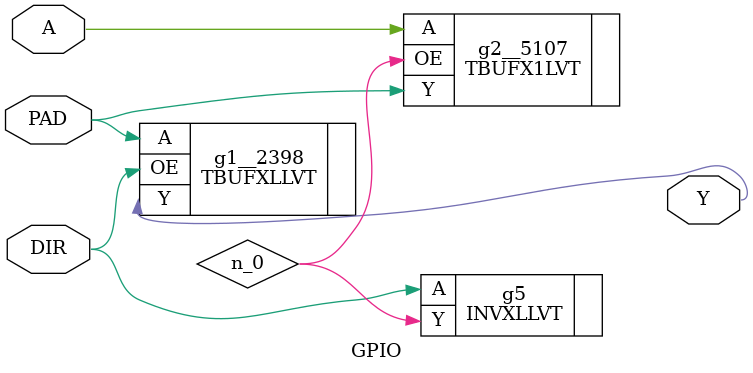
<source format=v>


// Verification Directory fv/GPIO 

module GPIO(A, Y, PAD, DIR);
  input A, DIR;
  output Y;
  inout PAD;
  wire A, DIR;
  wire Y;
  wire PAD;
  wire n_0;
  TBUFXLLVT g1__2398(.A (PAD), .OE (DIR), .Y (Y));
  TBUFX1LVT g2__5107(.A (A), .OE (n_0), .Y (PAD));
  INVXLLVT g5(.A (DIR), .Y (n_0));
endmodule


</source>
